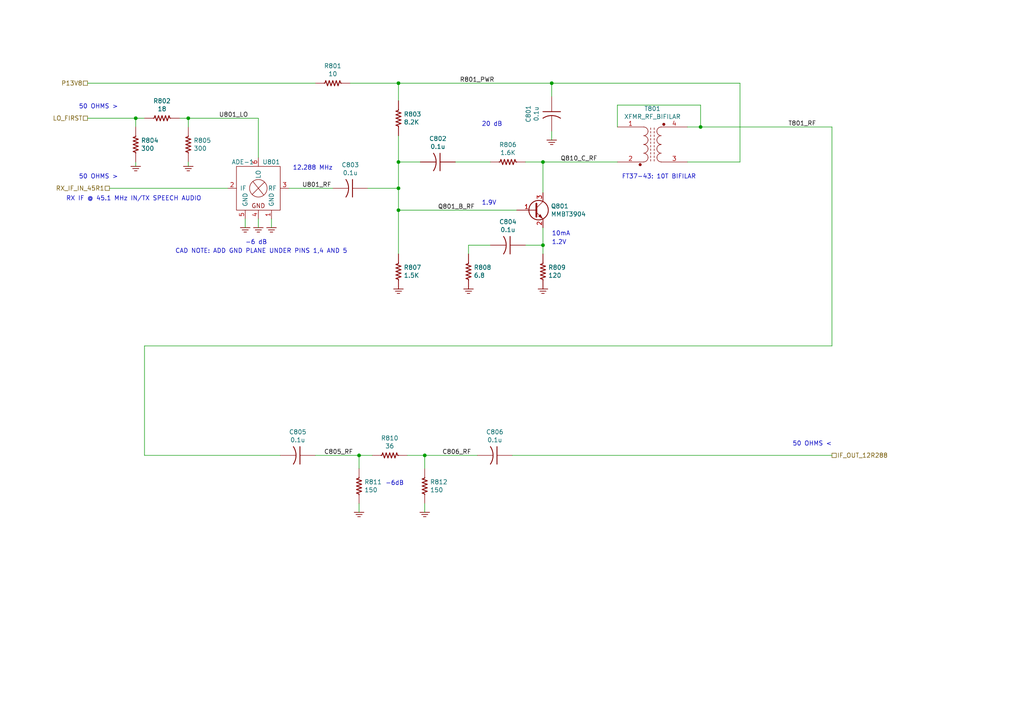
<source format=kicad_sch>
(kicad_sch (version 20211123) (generator eeschema)
  (paper "A4")
  (title_block (title "Mixer and Post Mixer Amplifier") (rev "X1") (company "WA6ZFT"))
  (lib_symbols
    (symbol "Custom:ADE-1" (pin_names (offset 1.016))
      (property "Reference" "U" (at -6.35 7.62 0))
      (property "Value" "Custom_ADE-1" (at 5.08 7.62 0))
      (symbol "ADE-1_0_0"
        (text "GND" (at 0 -5.08 0) (effects (font (size 1.27 1.27))))
      )
      (symbol "ADE-1_0_1"
        (rectangle (start -6.35 6.35) (end 6.35 -6.35))
        (polyline (pts (xy -1.778 1.778) (xy 1.778 -1.778)))
        (polyline (pts (xy 1.524 1.905) (xy -1.524 -1.905)))
        (circle (center 0 0) (radius 2.54))
      )
      (symbol "ADE-1_1_1"
        (pin passive line (at -3.81 -8.89 90) (length 2.54) (name "GND") (number "1"))
        (pin passive line (at 8.89 0 180) (length 2.54) (name "IF") (number "2"))
        (pin passive line (at -8.89 0 0) (length 2.54) (name "RF") (number "3"))
        (pin passive line (at 0 -8.89 90) (length 2.54) (name "~") (number "4"))
        (pin passive line (at 3.81 -8.89 90) (length 2.54) (name "GND") (number "5"))
        (pin passive line (at 0 8.89 270) (length 2.54) (name "LO") (number "6"))
      )
    )
    (symbol "Custom:C_US" (pin_numbers hide) (pin_names (offset 0.254) hide)
      (property "Reference" "C" (at 1.27 2.54 0))
      (property "Value" "Custom_C_US" (at 1.27 -2.54 0))
      (symbol "C_US_0_1"
        (polyline (pts (xy -2.54 0.635) (xy 2.54 0.635) (xy 2.54 0.635)) (stroke (width 0.254)))
        (arc (start 2.54 -1.27) (mid 0 -0.5009) (end -2.54 -1.27) (stroke (width 0.254)))
      )
      (symbol "C_US_1_1"
        (pin passive line (at 0 5.08 270) (length 4.445) (name "~") (number "1"))
        (pin passive line (at 0 -5.08 90) (length 4.445) (name "~") (number "2"))
      )
    )
    (symbol "Custom:GND_US" (power) (pin_names (offset 0))
      (symbol "GND_US_0_1"
        (polyline (pts (xy -1.397 0) (xy 1.397 0)) (stroke (width 0.2032)))
        (polyline (pts (xy -0.889 -0.635) (xy 0.889 -0.635)) (stroke (width 0.2032)))
        (polyline (pts (xy -0.381 -1.27) (xy 0.381 -1.27)) (stroke (width 0.2032)))
      )
      (symbol "GND_US_1_1"
        (pin power_in line (at 0 0 90) (length 0) hide (name "GND") (number "1"))
      )
    )
    (symbol "Custom:MMBT3904" (pin_names (offset 0) hide)
      (property "Reference" "Q" (at 5.08 1.905 0))
      (property "Value" "Custom_MMBT3904" (at 5.08 0 0))
      (symbol "MMBT3904_0_1"
        (polyline (pts (xy 0.635 0.635) (xy 2.54 2.54)))
        (polyline (pts (xy 0.635 -0.635) (xy 2.54 -2.54) (xy 2.54 -2.54)))
        (polyline (pts (xy 0.635 1.905) (xy 0.635 -1.905) (xy 0.635 -1.905)) (stroke (width 0.508)))
        (polyline (pts (xy 1.27 -1.778) (xy 1.778 -1.27) (xy 2.286 -2.286) (xy 1.27 -1.778) (xy 1.27 -1.778)) (fill (type outline)))
        (circle (center 1.27 0) (radius 2.8194) (stroke (width 0.254)))
      )
      (symbol "MMBT3904_1_1"
        (pin passive line (at -5.08 0 0) (length 5.715) (name "B") (number "1"))
        (pin passive line (at 2.54 -5.08 90) (length 2.54) (name "E") (number "2"))
        (pin passive line (at 2.54 5.08 270) (length 2.54) (name "C") (number "3"))
      )
    )
    (symbol "Custom:R_US" (pin_numbers hide) (pin_names (offset 1.016) hide)
      (property "Reference" "R" (at 2.032 0 90))
      (property "Value" "Custom_R_US" (at -2.032 0 90))
      (symbol "R_US_0_0"
        (polyline (pts (xy 0 -2.54) (xy 0 -2.54) (xy 0 -2.286) (xy -0.762 -2.032) (xy 0.762 -1.524) (xy -0.762 -1.016) (xy 0.762 -0.508) (xy -0.762 0) (xy 0.762 0.508) (xy -0.762 1.016) (xy 0.762 1.524) (xy -0.762 2.032) (xy 0 2.286) (xy 0 2.54) (xy 0 2.54)) (stroke (width 0.254)))
      )
      (symbol "R_US_1_1"
        (pin passive line (at 0 5.08 270) (length 2.54) (name "~") (number "1"))
        (pin passive line (at 0 -5.08 90) (length 2.54) (name "~") (number "2"))
      )
    )
    (symbol "Custom:XFMR_RF_BIFILAR" (pin_names (offset 1.016) hide)
      (property "Reference" "T" (at -0.254 -8.382 0))
      (property "Value" "Custom_XFMR_RF_BIFILAR" (at 0 7.112 0))
      (symbol "XFMR_RF_BIFILAR_0_1"
        (polyline (pts (xy -0.508 3.556) (xy -0.508 3.048)))
        (polyline (pts (xy 0.508 3.556) (xy 0.508 3.048)))
        (circle (center 3.302 4.572) (radius 0.3556) (fill (type outline)))
      )
      (symbol "XFMR_RF_BIFILAR_1_1"
        (circle (center -3.556 -7.112) (radius 0.3556) (fill (type outline)))
        (arc (start -2.54 -6.3246) (mid -1.6599 -5.9601) (end -1.27 -5.08))
        (arc (start -2.54 -3.7846) (mid -1.6599 -3.4201) (end -1.27 -2.54))
        (arc (start -2.54 -1.2446) (mid -1.6599 -0.8801) (end -1.27 0))
        (arc (start -2.54 1.2954) (mid -1.6599 1.6599) (end -1.27 2.54))
        (arc (start -1.27 -5.08) (mid -1.642 -4.182) (end -2.54 -3.81))
        (arc (start -1.27 -2.54) (mid -1.642 -1.642) (end -2.54 -1.27))
        (arc (start -1.27 0) (mid -1.642 0.898) (end -2.54 1.27))
        (arc (start -1.27 2.54) (mid -1.642 3.438) (end -2.54 3.81))
        (polyline (pts (xy -0.508 -5.588) (xy -0.508 -6.096)))
        (polyline (pts (xy -0.508 -4.572) (xy -0.508 -5.08)))
        (polyline (pts (xy -0.508 -3.556) (xy -0.508 -4.064)))
        (polyline (pts (xy -0.508 -2.54) (xy -0.508 -3.048)))
        (polyline (pts (xy -0.508 -1.524) (xy -0.508 -2.032)))
        (polyline (pts (xy -0.508 -0.508) (xy -0.508 -1.016)))
        (polyline (pts (xy -0.508 0.508) (xy -0.508 0)))
        (polyline (pts (xy -0.508 1.524) (xy -0.508 1.016)))
        (polyline (pts (xy -0.508 2.54) (xy -0.508 2.032)))
        (polyline (pts (xy 0.508 -5.588) (xy 0.508 -6.096)))
        (polyline (pts (xy 0.508 -4.572) (xy 0.508 -5.08)))
        (polyline (pts (xy 0.508 -3.556) (xy 0.508 -4.064)))
        (polyline (pts (xy 0.508 -2.54) (xy 0.508 -3.048)))
        (polyline (pts (xy 0.508 -1.524) (xy 0.508 -2.032)))
        (polyline (pts (xy 0.508 -0.508) (xy 0.508 -1.016)))
        (polyline (pts (xy 0.508 0.508) (xy 0.508 0)))
        (polyline (pts (xy 0.508 1.524) (xy 0.508 1.016)))
        (polyline (pts (xy 0.508 2.54) (xy 0.508 2.032)))
        (arc (start 1.2954 -2.54) (mid 1.6599 -3.4201) (end 2.54 -3.7846))
        (arc (start 1.2954 0) (mid 1.6599 -0.8801) (end 2.54 -1.2446))
        (arc (start 1.2954 2.54) (mid 1.6599 1.6599) (end 2.54 1.2954))
        (arc (start 1.3208 -5.08) (mid 1.6853 -5.9601) (end 2.5654 -6.3246))
        (arc (start 2.54 -1.27) (mid 1.642 -1.642) (end 1.2954 -2.54))
        (arc (start 2.54 1.27) (mid 1.642 0.898) (end 1.2954 0))
        (arc (start 2.54 3.81) (mid 1.642 3.438) (end 1.2954 2.54))
        (arc (start 2.5654 -3.81) (mid 1.6674 -4.182) (end 1.3208 -5.08))
        (pin passive line (at -10.16 3.81 0) (length 7.62) (name "PR1") (number "1"))
        (pin passive line (at -10.16 -6.35 0) (length 7.62) (name "PR2") (number "2"))
        (pin passive line (at 10.16 -6.35 180) (length 7.62) (name "S1") (number "3"))
        (pin passive line (at 10.16 3.81 180) (length 7.62) (name "S2") (number "4"))
      )
    )
  )
  (junction (at 39.37 34.29))
  (junction (at 123.19 132.08))
  (junction (at 157.48 46.99))
  (junction (at 157.48 71.12))
  (junction (at 104.14 132.08))
  (junction (at 54.61 34.29))
  (junction (at 115.57 60.96))
  (junction (at 115.57 54.61))
  (junction (at 115.57 24.13))
  (junction (at 203.2 36.83))
  (junction (at 160.02 24.13))
  (junction (at 115.57 46.99))
  (wire (pts (xy 39.37 34.29) (xy 39.37 36.83)))
  (wire (pts (xy 104.14 146.05) (xy 104.14 148.59)))
  (wire (pts (xy 71.12 63.5) (xy 71.12 66.04)))
  (wire (pts (xy 52.07 34.29) (xy 54.61 34.29)))
  (wire (pts (xy 149.86 60.96) (xy 115.57 60.96)))
  (wire (pts (xy 152.4 46.99) (xy 157.48 46.99)))
  (wire (pts (xy 106.68 54.61) (xy 115.57 54.61)))
  (wire (pts (xy 214.63 24.13) (xy 214.63 46.99)))
  (wire (pts (xy 115.57 29.21) (xy 115.57 24.13)))
  (wire (pts (xy 179.07 30.48) (xy 179.07 36.83)))
  (wire (pts (xy 214.63 46.99) (xy 199.39 46.99)))
  (wire (pts (xy 132.08 46.99) (xy 142.24 46.99)))
  (wire (pts (xy 157.48 46.99) (xy 179.07 46.99)))
  (wire (pts (xy 123.19 132.08) (xy 138.43 132.08)))
  (wire (pts (xy 121.92 46.99) (xy 115.57 46.99)))
  (wire (pts (xy 115.57 24.13) (xy 160.02 24.13)))
  (wire (pts (xy 241.3 100.33) (xy 41.91 100.33)))
  (wire (pts (xy 160.02 27.94) (xy 160.02 24.13)))
  (wire (pts (xy 115.57 24.13) (xy 101.6 24.13)))
  (wire (pts (xy 54.61 46.99) (xy 54.61 48.26)))
  (wire (pts (xy 115.57 54.61) (xy 115.57 46.99)))
  (wire (pts (xy 123.19 135.89) (xy 123.19 132.08)))
  (wire (pts (xy 91.44 24.13) (xy 25.4 24.13)))
  (wire (pts (xy 83.82 54.61) (xy 96.52 54.61)))
  (wire (pts (xy 203.2 36.83) (xy 203.2 30.48)))
  (wire (pts (xy 74.93 63.5) (xy 74.93 66.04)))
  (wire (pts (xy 115.57 46.99) (xy 115.57 39.37)))
  (wire (pts (xy 91.44 132.08) (xy 104.14 132.08)))
  (wire (pts (xy 152.4 71.12) (xy 157.48 71.12)))
  (wire (pts (xy 142.24 71.12) (xy 135.89 71.12)))
  (wire (pts (xy 148.59 132.08) (xy 241.3 132.08)))
  (wire (pts (xy 41.91 132.08) (xy 41.91 100.33)))
  (wire (pts (xy 54.61 34.29) (xy 74.93 34.29)))
  (wire (pts (xy 54.61 36.83) (xy 54.61 34.29)))
  (wire (pts (xy 157.48 46.99) (xy 157.48 55.88)))
  (wire (pts (xy 160.02 38.1) (xy 160.02 40.64)))
  (wire (pts (xy 74.93 45.72) (xy 74.93 34.29)))
  (wire (pts (xy 31.75 54.61) (xy 66.04 54.61)))
  (wire (pts (xy 104.14 132.08) (xy 107.95 132.08)))
  (wire (pts (xy 41.91 34.29) (xy 39.37 34.29)))
  (wire (pts (xy 135.89 71.12) (xy 135.89 73.66)))
  (wire (pts (xy 104.14 135.89) (xy 104.14 132.08)))
  (wire (pts (xy 118.11 132.08) (xy 123.19 132.08)))
  (wire (pts (xy 78.74 63.5) (xy 78.74 66.04)))
  (wire (pts (xy 41.91 132.08) (xy 81.28 132.08)))
  (wire (pts (xy 241.3 36.83) (xy 241.3 100.33)))
  (wire (pts (xy 115.57 73.66) (xy 115.57 60.96)))
  (wire (pts (xy 203.2 36.83) (xy 241.3 36.83)))
  (wire (pts (xy 157.48 73.66) (xy 157.48 71.12)))
  (wire (pts (xy 157.48 71.12) (xy 157.48 66.04)))
  (wire (pts (xy 203.2 30.48) (xy 179.07 30.48)))
  (wire (pts (xy 39.37 46.99) (xy 39.37 48.26)))
  (wire (pts (xy 160.02 24.13) (xy 214.63 24.13)))
  (wire (pts (xy 123.19 146.05) (xy 123.19 148.59)))
  (wire (pts (xy 115.57 60.96) (xy 115.57 54.61)))
  (wire (pts (xy 39.37 34.29) (xy 25.4 34.29)))
  (wire (pts (xy 199.39 36.83) (xy 203.2 36.83)))
  (text "RX IF @ 45.1 MHz IN/TX SPEECH AUDIO" (at 58.42 58.42 180) (effects (font (size 1.27 1.27)) (justify right bottom)))
  (text "50 OHMS >" (at 34.29 52.07 180) (effects (font (size 1.27 1.27)) (justify right bottom)))
  (text "10mA" (at 160.02 68.58 0) (effects (font (size 1.27 1.27)) (justify left bottom)))
  (text "50 OHMS >" (at 34.29 31.75 180) (effects (font (size 1.27 1.27)) (justify right bottom)))
  (text "FT37-43: 10T BIFILAR" (at 180.34 52.07 0) (effects (font (size 1.27 1.27)) (justify left bottom)))
  (text "50 OHMS <" (at 241.3 129.54 180) (effects (font (size 1.27 1.27)) (justify right bottom)))
  (text "20 dB\n" (at 139.7 36.83 0) (effects (font (size 1.27 1.27)) (justify left bottom)))
  (text "-6dB" (at 111.76 140.97 0) (effects (font (size 1.27 1.27)) (justify left bottom)))
  (text "1.9V\n" (at 139.7 59.69 0) (effects (font (size 1.27 1.27)) (justify left bottom)))
  (text "1.2V" (at 160.02 71.12 0) (effects (font (size 1.27 1.27)) (justify left bottom)))
  (text "CAD NOTE: ADD GND PLANE UNDER PINS 1,4 AND 5" (at 50.8 73.66 0) (effects (font (size 1.27 1.27)) (justify left bottom)))
  (text "-6 dB\n" (at 71.12 71.12 0) (effects (font (size 1.27 1.27)) (justify left bottom)))
  (text "12.288 MHz" (at 96.52 49.53 180) (effects (font (size 1.27 1.27)) (justify right bottom)))
  (label "T801_RF" (at 228.6 36.83 0))
  (label "U801_LO" (at 63.5 34.29 0))
  (label "C806_RF" (at 128.27 132.08 0))
  (label "U801_RF" (at 87.63 54.61 0))
  (label "Q810_C_RF" (at 162.56 46.99 0))
  (label "R801_PWR" (at 133.35 24.13 0))
  (label "C805_RF" (at 93.98 132.08 0))
  (label "Q801_B_RF" (at 127 60.96 0))
  (hierarchical_label "LO_FIRST" (shape passive) (at 25.4 34.29 180))
  (hierarchical_label "RX_IF_IN_45R1" (shape passive) (at 31.75 54.61 180))
  (hierarchical_label "P13V8" (shape passive) (at 25.4 24.13 180))
  (hierarchical_label "IF_OUT_12R288" (shape passive) (at 241.3 132.08 0))
  (symbol (lib_id "Custom:R_US") (at 147.32 46.99 270)
    (property "Reference" "R806" (at 147.32 41.9862 90))
    (property "Value" "1.6K" (at 147.32 44.2976 90))
    (property "Footprint" "Resistor_SMD:R_0805_2012Metric_Pad1.15x1.40mm_HandSolder" (effects hide))
    (property "PartNumber" "800235-162" (effects hide))
  )
  (symbol (lib_id "Custom:C_US") (at 127 46.99 270)
    (property "Reference" "C802" (at 127 40.2082 90))
    (property "Value" "0.1u" (at 127 42.5196 90))
    (property "Footprint" "Capacitor_SMD:C_0805_2012Metric_Pad1.15x1.40mm_HandSolder" (effects hide))
    (property "PartNumber" "800238-104" (effects hide))
  )
  (symbol (lib_id "Custom:GND_US") (at 115.57 83.82 0)
    (property "Reference" "#PWR0807" (effects hide))
    (property "Value" "GND_US" (effects hide))
  )
  (symbol (lib_id "Custom:R_US") (at 157.48 78.74 0)
    (property "Reference" "R809" (at 159.004 77.5716 0) (effects (justify left)))
    (property "Value" "120" (at 159.004 79.883 0) (effects (justify left)))
    (property "Footprint" "Resistor_SMD:R_0805_2012Metric_Pad1.15x1.40mm_HandSolder" (effects hide))
    (property "PartNumber" "800235-121" (effects hide))
  )
  (symbol (lib_id "Custom:GND_US") (at 157.48 83.82 0)
    (property "Reference" "#PWR0809" (effects hide))
    (property "Value" "GND_US" (effects hide))
  )
  (symbol (lib_id "Custom:C_US") (at 147.32 71.12 270)
    (property "Reference" "C804" (at 147.32 64.3382 90))
    (property "Value" "0.1u" (at 147.32 66.6496 90))
    (property "Footprint" "Capacitor_SMD:C_0805_2012Metric_Pad1.15x1.40mm_HandSolder" (effects hide))
    (property "PartNumber" "800238-104" (effects hide))
  )
  (symbol (lib_id "Custom:R_US") (at 135.89 78.74 0)
    (property "Reference" "R808" (at 137.414 77.5716 0) (effects (justify left)))
    (property "Value" "6.8" (at 137.414 79.883 0) (effects (justify left)))
    (property "Footprint" "Resistor_SMD:R_0805_2012Metric_Pad1.15x1.40mm_HandSolder" (effects hide))
    (property "PartNumber" "800235-068" (effects hide))
  )
  (symbol (lib_id "Custom:GND_US") (at 135.89 83.82 0)
    (property "Reference" "#PWR0808" (effects hide))
    (property "Value" "GND_US" (effects hide))
  )
  (symbol (lib_id "Custom:C_US") (at 101.6 54.61 270)
    (property "Reference" "C803" (at 101.6 47.8282 90))
    (property "Value" "0.1u" (at 101.6 50.1396 90))
    (property "Footprint" "Capacitor_SMD:C_0805_2012Metric_Pad1.15x1.40mm_HandSolder" (effects hide))
    (property "PartNumber" "800238-104" (effects hide))
  )
  (symbol (lib_id "Custom:R_US") (at 115.57 78.74 0)
    (property "Reference" "R807" (at 117.094 77.5716 0) (effects (justify left)))
    (property "Value" "1.5K" (at 117.094 79.883 0) (effects (justify left)))
    (property "Footprint" "Resistor_SMD:R_0805_2012Metric_Pad1.15x1.40mm_HandSolder" (effects hide))
    (property "PartNumber" "800235-152" (effects hide))
  )
  (symbol (lib_id "Custom:R_US") (at 115.57 34.29 0)
    (property "Reference" "R803" (at 117.094 33.1216 0) (effects (justify left)))
    (property "Value" "8.2K" (at 117.094 35.433 0) (effects (justify left)))
    (property "Footprint" "Resistor_SMD:R_0805_2012Metric_Pad1.15x1.40mm_HandSolder" (effects hide))
    (property "PartNumber" "800235-822" (effects hide))
  )
  (symbol (lib_id "Custom:C_US") (at 160.02 33.02 0)
    (property "Reference" "C801" (at 153.2382 33.02 90))
    (property "Value" "0.1u" (at 155.5496 33.02 90))
    (property "Footprint" "Capacitor_SMD:C_0805_2012Metric_Pad1.15x1.40mm_HandSolder" (effects hide))
    (property "PartNumber" "800238-104" (effects hide))
  )
  (symbol (lib_id "Custom:GND_US") (at 160.02 40.64 0)
    (property "Reference" "#PWR0801" (effects hide))
    (property "Value" "GND_US" (effects hide))
  )
  (symbol (lib_id "Custom:R_US") (at 96.52 24.13 270)
    (property "Reference" "R801" (at 96.52 19.1262 90))
    (property "Value" "10" (at 96.52 21.4376 90))
    (property "Footprint" "Resistor_SMD:R_0805_2012Metric_Pad1.15x1.40mm_HandSolder" (effects hide))
    (property "PartNumber" "800235-100" (effects hide))
  )
  (symbol (lib_id "Custom:ADE-1") (at 74.93 54.61 0) (mirror y)
    (property "Reference" "U801" (at 81.28 46.99 0) (effects (justify left)))
    (property "Value" "ADE-1" (at 73.66 46.99 0) (effects (justify left)))
    (property "Footprint" "mods:MCL-6-SMD_7R97X5R59" (effects hide))
    (property "PartNumber" "800262-101" (effects hide))
  )
  (symbol (lib_id "Custom:GND_US") (at 71.12 66.04 0)
    (property "Reference" "#PWR0804" (effects hide))
    (property "Value" "GND_US" (effects hide))
  )
  (symbol (lib_id "Custom:GND_US") (at 74.93 66.04 0)
    (property "Reference" "#PWR0805" (effects hide))
    (property "Value" "GND_US" (effects hide))
  )
  (symbol (lib_id "Custom:GND_US") (at 78.74 66.04 0)
    (property "Reference" "#PWR0806" (effects hide))
    (property "Value" "GND_US" (effects hide))
  )
  (symbol (lib_id "Custom:R_US") (at 54.61 41.91 0)
    (property "Reference" "R805" (at 56.134 40.7416 0) (effects (justify left)))
    (property "Value" "300" (at 56.134 43.053 0) (effects (justify left)))
    (property "Footprint" "Resistor_SMD:R_0805_2012Metric_Pad1.15x1.40mm_HandSolder" (effects hide))
    (property "PartNumber" "800235-301" (effects hide))
  )
  (symbol (lib_id "Custom:R_US") (at 39.37 41.91 0)
    (property "Reference" "R804" (at 40.894 40.7416 0) (effects (justify left)))
    (property "Value" "300" (at 40.894 43.053 0) (effects (justify left)))
    (property "Footprint" "Resistor_SMD:R_0805_2012Metric_Pad1.15x1.40mm_HandSolder" (effects hide))
    (property "PartNumber" "800235-301" (effects hide))
  )
  (symbol (lib_id "Custom:R_US") (at 46.99 34.29 270)
    (property "Reference" "R802" (at 46.99 29.2862 90))
    (property "Value" "18" (at 46.99 31.5976 90))
    (property "Footprint" "Resistor_SMD:R_0805_2012Metric_Pad1.15x1.40mm_HandSolder" (effects hide))
    (property "PartNumber" "800235-180" (effects hide))
  )
  (symbol (lib_id "Custom:GND_US") (at 39.37 48.26 0)
    (property "Reference" "#PWR0802" (effects hide))
    (property "Value" "GND_US" (effects hide))
  )
  (symbol (lib_id "Custom:GND_US") (at 54.61 48.26 0)
    (property "Reference" "#PWR0803" (effects hide))
    (property "Value" "GND_US" (effects hide))
  )
  (symbol (lib_id "Custom:XFMR_RF_BIFILAR") (at 189.23 40.64 0)
    (property "Reference" "T801" (at 189.23 31.5214 0))
    (property "Value" "XFMR_RF_BIFILAR" (at 189.23 33.8328 0))
    (property "Footprint" "mods:XFMR_Handwound_FT37" (effects hide))
    (property "PartNumber" "800257-037" (effects hide))
  )
  (symbol (lib_id "Custom:C_US") (at 86.36 132.08 270)
    (property "Reference" "C805" (at 86.36 125.2982 90))
    (property "Value" "0.1u" (at 86.36 127.6096 90))
    (property "Footprint" "Capacitor_SMD:C_0805_2012Metric_Pad1.15x1.40mm_HandSolder" (effects hide))
    (property "PartNumber" "800238-104" (effects hide))
  )
  (symbol (lib_id "Custom:C_US") (at 143.51 132.08 270)
    (property "Reference" "C806" (at 143.51 125.2982 90))
    (property "Value" "0.1u" (at 143.51 127.6096 90))
    (property "Footprint" "Capacitor_SMD:C_0805_2012Metric_Pad1.15x1.40mm_HandSolder" (effects hide))
    (property "PartNumber" "800238-104" (effects hide))
  )
  (symbol (lib_id "Custom:R_US") (at 104.14 140.97 0)
    (property "Reference" "R811" (at 105.664 139.8016 0) (effects (justify left)))
    (property "Value" "150" (at 105.664 142.113 0) (effects (justify left)))
    (property "Footprint" "Resistor_SMD:R_0805_2012Metric_Pad1.15x1.40mm_HandSolder" (effects hide))
    (property "PartNumber" "800235-151" (effects hide))
  )
  (symbol (lib_id "Custom:R_US") (at 123.19 140.97 0)
    (property "Reference" "R812" (at 124.714 139.8016 0) (effects (justify left)))
    (property "Value" "150" (at 124.714 142.113 0) (effects (justify left)))
    (property "Footprint" "Resistor_SMD:R_0805_2012Metric_Pad1.15x1.40mm_HandSolder" (effects hide))
    (property "PartNumber" "800235-151" (effects hide))
  )
  (symbol (lib_id "Custom:R_US") (at 113.03 132.08 270)
    (property "Reference" "R810" (at 113.03 127.0762 90))
    (property "Value" "36" (at 113.03 129.3876 90))
    (property "Footprint" "Resistor_SMD:R_0805_2012Metric_Pad1.15x1.40mm_HandSolder" (effects hide))
    (property "PartNumber" "800235-360" (effects hide))
  )
  (symbol (lib_id "Custom:GND_US") (at 104.14 148.59 0)
    (property "Reference" "#PWR0810" (effects hide))
    (property "Value" "GND_US" (effects hide))
  )
  (symbol (lib_id "Custom:GND_US") (at 123.19 148.59 0)
    (property "Reference" "#PWR0811" (effects hide))
    (property "Value" "GND_US" (effects hide))
  )
  (symbol (lib_id "Custom:MMBT3904") (at 154.94 60.96 0) (unit 1)
    (property "Reference" "Q801" (at 159.766 59.7916 0) (effects (justify left)))
    (property "Value" "MMBT3904" (at 159.766 62.103 0) (effects (justify left)))
    (property "Footprint" "mods:SOT23-3-SAR" (effects hide))
    (property "PartNumber" "800259-101" (effects hide))
  )
)
</source>
